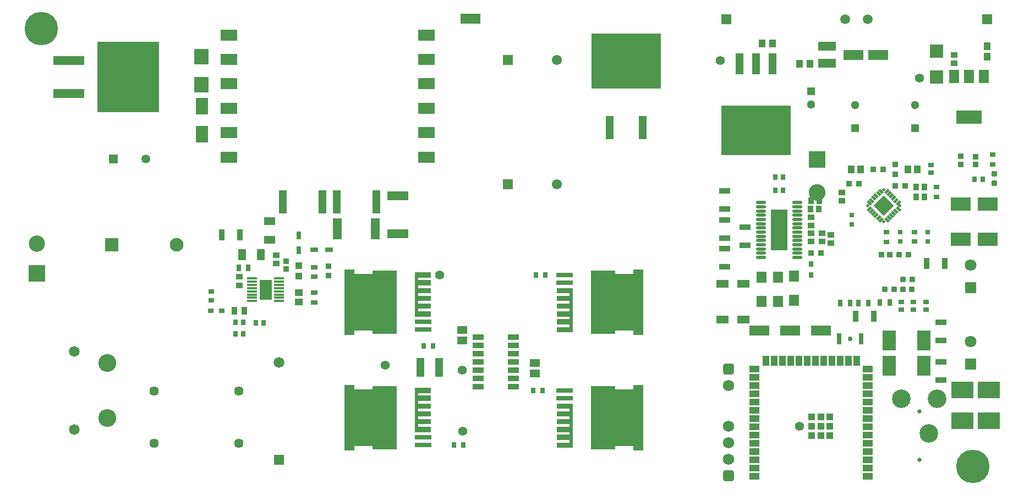
<source format=gts>
G04*
G04 #@! TF.GenerationSoftware,Altium Limited,Altium Designer,25.5.2 (35)*
G04*
G04 Layer_Color=8388736*
%FSLAX44Y44*%
%MOMM*%
G71*
G04*
G04 #@! TF.SameCoordinates,5C3ED261-42B6-482D-99A8-9BAFA3442630*
G04*
G04*
G04 #@! TF.FilePolarity,Negative*
G04*
G01*
G75*
%ADD23R,1.3549X3.3082*%
%ADD25R,3.3082X1.3549*%
%ADD27R,0.9000X0.7500*%
%ADD28R,0.7500X1.0000*%
%ADD29R,0.9500X1.7000*%
%ADD30R,0.8000X1.7000*%
%ADD37R,1.9000X1.3000*%
%ADD44R,0.8682X0.8065*%
%ADD45R,0.9062X0.9051*%
%ADD46R,0.9000X0.8000*%
%ADD48R,0.9000X0.8000*%
%ADD49R,0.7000X0.7000*%
%ADD50R,0.7500X0.9000*%
%ADD51R,1.7000X0.9500*%
%ADD55R,2.8000X1.4000*%
%ADD56R,1.0121X1.2084*%
%ADD57R,1.5000X1.7500*%
%ADD58R,0.8065X0.8682*%
%ADD62R,0.8000X0.9000*%
%ADD67R,0.8587X0.9121*%
%ADD68R,0.7350X0.8621*%
%ADD74R,0.8582X0.8563*%
%ADD75R,1.0000X0.7500*%
%ADD81R,0.6500X0.9000*%
%ADD85R,0.9621X0.9581*%
%ADD86R,1.1561X1.7582*%
%ADD87R,1.0621X1.1350*%
%ADD92R,0.8121X0.6587*%
%ADD95R,0.9121X0.8587*%
%ADD96R,1.2500X3.5500*%
G04:AMPARAMS|DCode=97|XSize=0.91mm|YSize=0.8104mm|CornerRadius=0.1576mm|HoleSize=0mm|Usage=FLASHONLY|Rotation=270.000|XOffset=0mm|YOffset=0mm|HoleType=Round|Shape=RoundedRectangle|*
%AMROUNDEDRECTD97*
21,1,0.9100,0.4953,0,0,270.0*
21,1,0.5949,0.8104,0,0,270.0*
1,1,0.3151,-0.2477,-0.2975*
1,1,0.3151,-0.2477,0.2975*
1,1,0.3151,0.2477,0.2975*
1,1,0.3151,0.2477,-0.2975*
%
%ADD97ROUNDEDRECTD97*%
%ADD98R,0.6500X1.2750*%
%ADD99R,2.2000X2.4000*%
%ADD100R,2.6500X1.6700*%
%ADD101C,7.2000*%
%ADD102R,1.7000X0.8500*%
%ADD103O,1.5500X0.4000*%
%ADD104R,1.9100X3.1000*%
%ADD105R,1.6500X1.0500*%
%ADD106R,2.0500X3.1500*%
%ADD107R,1.0500X1.1500*%
%ADD108R,1.2500X3.3000*%
%ADD109O,1.5500X0.5000*%
%ADD110R,2.5500X6.3200*%
%ADD111R,1.0500X0.9500*%
G04:AMPARAMS|DCode=112|XSize=0.91mm|YSize=0.8104mm|CornerRadius=0.1576mm|HoleSize=0mm|Usage=FLASHONLY|Rotation=0.000|XOffset=0mm|YOffset=0mm|HoleType=Round|Shape=RoundedRectangle|*
%AMROUNDEDRECTD112*
21,1,0.9100,0.4953,0,0,0.0*
21,1,0.5949,0.8104,0,0,0.0*
1,1,0.3151,0.2975,-0.2477*
1,1,0.3151,-0.2975,-0.2477*
1,1,0.3151,-0.2975,0.2477*
1,1,0.3151,0.2975,0.2477*
%
%ADD112ROUNDEDRECTD112*%
%ADD113R,1.6500X2.1500*%
%ADD114R,3.9500X2.1500*%
%ADD115R,2.1500X2.1500*%
%ADD116P,0.5657X4X180.0*%
G04:AMPARAMS|DCode=117|XSize=0.75mm|YSize=0.39mm|CornerRadius=0mm|HoleSize=0mm|Usage=FLASHONLY|Rotation=135.000|XOffset=0mm|YOffset=0mm|HoleType=Round|Shape=Rectangle|*
%AMROTATEDRECTD117*
4,1,4,0.4031,-0.1273,0.1273,-0.4031,-0.4031,0.1273,-0.1273,0.4031,0.4031,-0.1273,0.0*
%
%ADD117ROTATEDRECTD117*%

%ADD118P,3.1820X4X180.0*%
%ADD119R,0.9500X1.0500*%
G04:AMPARAMS|DCode=120|XSize=0.75mm|YSize=0.39mm|CornerRadius=0mm|HoleSize=0mm|Usage=FLASHONLY|Rotation=45.000|XOffset=0mm|YOffset=0mm|HoleType=Round|Shape=Rectangle|*
%AMROTATEDRECTD120*
4,1,4,-0.1273,-0.4031,-0.4031,-0.1273,0.1273,0.4031,0.4031,0.1273,-0.1273,-0.4031,0.0*
%
%ADD120ROTATEDRECTD120*%

%ADD121R,0.9000X1.0000*%
%ADD122R,1.0500X1.0500*%
%ADD123R,3.1500X1.6500*%
%ADD124R,10.7000X7.6500*%
%ADD125R,10.6400X8.5300*%
%ADD126R,1.1660X3.6540*%
%ADD127R,3.1500X2.0500*%
%ADD128R,1.0000X0.9000*%
%ADD129R,1.1000X0.9500*%
%ADD130R,1.2000X1.1000*%
%ADD131R,0.8000X1.0500*%
%ADD132R,0.9500X1.1500*%
%ADD133C,0.7088*%
%ADD134R,1.1700X2.9700*%
%ADD135R,2.5000X0.8000*%
%ADD136R,1.6200X1.1700*%
%ADD137R,1.0500X1.6500*%
%ADD138R,1.2750X0.6500*%
%ADD139R,1.8500X2.5000*%
%ADD140R,4.7500X1.3500*%
%ADD141R,9.5500X10.9500*%
%ADD142R,1.8000X1.2500*%
%ADD143R,3.4500X2.6000*%
%ADD144R,1.1000X1.2000*%
%ADD145C,0.7500*%
%ADD146C,1.3000*%
%ADD147R,1.3000X1.3000*%
%ADD148C,2.8540*%
%ADD149C,1.3000*%
%ADD150R,1.5500X1.5500*%
%ADD151C,1.7500*%
%ADD152C,1.5150*%
%ADD153R,2.5800X2.5800*%
G04:AMPARAMS|DCode=154|XSize=1.75mm|YSize=1.75mm|CornerRadius=0.475mm|HoleSize=0mm|Usage=FLASHONLY|Rotation=90.000|XOffset=0mm|YOffset=0mm|HoleType=Round|Shape=RoundedRectangle|*
%AMROUNDEDRECTD154*
21,1,1.7500,0.8000,0,0,90.0*
21,1,0.8000,1.7500,0,0,90.0*
1,1,0.9500,0.4000,0.4000*
1,1,0.9500,0.4000,-0.4000*
1,1,0.9500,-0.4000,-0.4000*
1,1,0.9500,-0.4000,0.4000*
%
%ADD154ROUNDEDRECTD154*%
%ADD155C,2.5800*%
%ADD156C,1.3500*%
%ADD157C,1.4500*%
%ADD158R,1.6500X1.6500*%
%ADD159R,1.5150X1.5150*%
%ADD160R,1.3500X1.3500*%
%ADD161R,1.3000X1.3000*%
%ADD162C,1.5500*%
%ADD163C,1.6500*%
%ADD164C,2.7450*%
%ADD165R,2.1000X2.1000*%
%ADD166C,2.1000*%
%ADD167C,2.5000*%
%ADD168R,2.5000X2.5000*%
%ADD169C,0.6500*%
%ADD170R,1.8000X1.8000*%
%ADD171C,1.8000*%
%ADD172C,5.1500*%
%ADD173C,1.4200*%
G36*
X779080Y415610D02*
X807080D01*
Y420610D01*
X844080D01*
Y323610D01*
X807080D01*
Y328610D01*
X779080D01*
Y321610D01*
X764080D01*
Y422610D01*
X779080D01*
Y415610D01*
D02*
G37*
G36*
X897080Y410110D02*
X877080D01*
Y406110D01*
X897080D01*
Y398110D01*
X877080D01*
Y394110D01*
X897080D01*
Y386110D01*
X877080D01*
Y382110D01*
X897080D01*
Y374110D01*
X877080D01*
Y370110D01*
X897080D01*
Y362110D01*
X877080D01*
Y358110D01*
X897080D01*
Y350110D01*
X872080D01*
Y418110D01*
X897080D01*
Y410110D01*
D02*
G37*
G36*
X779080Y593410D02*
X807080D01*
Y598410D01*
X844080D01*
Y501410D01*
X807080D01*
Y506410D01*
X779080D01*
Y499410D01*
X764080D01*
Y600410D01*
X779080D01*
Y593410D01*
D02*
G37*
G36*
X897080Y587910D02*
X877080D01*
Y583910D01*
X897080D01*
Y575910D01*
X877080D01*
Y571910D01*
X897080D01*
Y563910D01*
X877080D01*
Y559910D01*
X897080D01*
Y551910D01*
X877080D01*
Y547910D01*
X897080D01*
Y539910D01*
X877080D01*
Y535910D01*
X897080D01*
Y527910D01*
X872080D01*
Y595910D01*
X897080D01*
Y587910D01*
D02*
G37*
G36*
X1115470Y326110D02*
X1090470D01*
Y334110D01*
X1110470D01*
Y338110D01*
X1090470D01*
Y346110D01*
X1110470D01*
Y350110D01*
X1090470D01*
Y358110D01*
X1110470D01*
Y362110D01*
X1090470D01*
Y370110D01*
X1110470D01*
Y374110D01*
X1090470D01*
Y382110D01*
X1110470D01*
Y386110D01*
X1090470D01*
Y394110D01*
X1115470D01*
Y326110D01*
D02*
G37*
G36*
X1223470Y321610D02*
X1208470D01*
Y328610D01*
X1180470D01*
Y323610D01*
X1143470D01*
Y420610D01*
X1180470D01*
Y415610D01*
X1208470D01*
Y422610D01*
X1223470D01*
Y321610D01*
D02*
G37*
G36*
X1115470Y503910D02*
X1090470D01*
Y511910D01*
X1110470D01*
Y515910D01*
X1090470D01*
Y523910D01*
X1110470D01*
Y527910D01*
X1090470D01*
Y535910D01*
X1110470D01*
Y539910D01*
X1090470D01*
Y547910D01*
X1110470D01*
Y551910D01*
X1090470D01*
Y559910D01*
X1110470D01*
Y563910D01*
X1090470D01*
Y571910D01*
X1115470D01*
Y503910D01*
D02*
G37*
G36*
X1223470Y499410D02*
X1208470D01*
Y506410D01*
X1180470D01*
Y501410D01*
X1143470D01*
Y598410D01*
X1180470D01*
Y593410D01*
X1208470D01*
Y600410D01*
X1223470D01*
Y499410D01*
D02*
G37*
D23*
X811577Y662940D02*
D03*
X753064D02*
D03*
D25*
X845820Y655274D02*
D03*
Y713786D02*
D03*
D27*
X1658620Y550830D02*
D03*
Y538830D02*
D03*
X1639570Y550830D02*
D03*
Y538830D02*
D03*
X1620520Y550480D02*
D03*
Y538480D02*
D03*
X1666240Y749650D02*
D03*
Y761650D02*
D03*
D28*
X1602620Y549910D02*
D03*
X1587620D02*
D03*
X1554600Y548640D02*
D03*
X1569600D02*
D03*
X1526660D02*
D03*
X1541660D02*
D03*
D29*
X1550640Y528320D02*
D03*
X1578640D02*
D03*
X1659860Y609600D02*
D03*
X603280Y654050D02*
D03*
X575280D02*
D03*
X1687860Y609600D02*
D03*
D30*
X1558780Y494030D02*
D03*
X1524780D02*
D03*
D37*
X1377440Y578680D02*
D03*
Y523680D02*
D03*
X1345440D02*
D03*
Y578680D02*
D03*
D44*
X1711960Y774700D02*
D03*
Y762183D02*
D03*
D45*
X1734820Y774356D02*
D03*
Y762344D02*
D03*
D46*
X575280Y537210D02*
D03*
X558280D02*
D03*
D48*
X1640840Y658360D02*
D03*
X1675130Y727590D02*
D03*
X1761490Y762120D02*
D03*
X1597660Y657740D02*
D03*
X1640840Y643360D02*
D03*
X1597660Y642740D02*
D03*
X1761490Y777120D02*
D03*
X1675130Y712590D02*
D03*
D49*
X1619250Y657860D02*
D03*
X1661160D02*
D03*
X1544320Y669910D02*
D03*
X1619250Y643860D02*
D03*
X1661160D02*
D03*
X1544320Y683910D02*
D03*
D50*
X1438560Y742950D02*
D03*
Y722630D02*
D03*
X1426560Y742950D02*
D03*
Y722630D02*
D03*
X595980Y501650D02*
D03*
Y519430D02*
D03*
X639730Y518160D02*
D03*
X627730D02*
D03*
X607980Y501650D02*
D03*
Y519430D02*
D03*
D51*
X1681480Y430500D02*
D03*
Y519460D02*
D03*
X1348740Y604490D02*
D03*
Y693390D02*
D03*
X1380490Y637510D02*
D03*
X1348740Y721390D02*
D03*
X1380490Y665510D02*
D03*
X1348740Y676940D02*
D03*
Y648940D02*
D03*
Y632490D02*
D03*
X1681480Y458500D02*
D03*
Y491460D02*
D03*
D55*
X1506220Y917910D02*
D03*
Y943910D02*
D03*
D56*
X1752600Y927971D02*
D03*
Y944009D02*
D03*
D57*
X1455420Y552750D02*
D03*
X1431290Y551480D02*
D03*
X1405890D02*
D03*
X1455420Y590250D02*
D03*
X1431290Y588980D02*
D03*
X1405890D02*
D03*
D58*
X1590131Y623570D02*
D03*
X1602649D02*
D03*
D62*
X1482090Y592210D02*
D03*
Y609210D02*
D03*
D67*
X1481943Y626110D02*
D03*
X1627017Y728980D02*
D03*
X1611483D02*
D03*
X1592727Y754380D02*
D03*
X1577193D02*
D03*
X1540363Y732790D02*
D03*
X1555897D02*
D03*
X1497477Y626110D02*
D03*
D68*
X1733746Y739140D02*
D03*
X1746054D02*
D03*
D74*
X674370Y601050D02*
D03*
Y613070D02*
D03*
D75*
X717550Y550030D02*
D03*
Y589178D02*
D03*
Y604178D02*
D03*
Y565030D02*
D03*
D81*
X1068970Y414020D02*
D03*
X1058280Y591820D02*
D03*
X1072780D02*
D03*
X885560Y482600D02*
D03*
X947050Y330200D02*
D03*
X1054470Y414020D02*
D03*
X900060Y482600D02*
D03*
X932550Y330200D02*
D03*
D85*
X739140Y605440D02*
D03*
Y590900D02*
D03*
D86*
X635291Y623570D02*
D03*
X606769D02*
D03*
D87*
X693420Y590016D02*
D03*
Y606324D02*
D03*
D92*
X558800Y566837D02*
D03*
Y553303D02*
D03*
D95*
X1611630Y762147D02*
D03*
Y746613D02*
D03*
D96*
X751820Y704850D02*
D03*
X812820D02*
D03*
X669270D02*
D03*
X730270D02*
D03*
D97*
X1637680Y585470D02*
D03*
X1623680D02*
D03*
X1623030Y570230D02*
D03*
X1637030D02*
D03*
X1609740Y570230D02*
D03*
X1595740D02*
D03*
X1631330Y623570D02*
D03*
X1617330D02*
D03*
D98*
X693420Y652970D02*
D03*
Y629730D02*
D03*
D99*
X543560Y885280D02*
D03*
Y928280D02*
D03*
D100*
X585970Y961410D02*
D03*
X889770Y848610D02*
D03*
Y811010D02*
D03*
Y773410D02*
D03*
X585970D02*
D03*
X889770Y961410D02*
D03*
Y923810D02*
D03*
Y886210D02*
D03*
X585970Y811010D02*
D03*
Y848610D02*
D03*
Y886210D02*
D03*
Y923810D02*
D03*
D101*
X1183470Y549910D02*
D03*
X804080D02*
D03*
X1183470Y372110D02*
D03*
X804080D02*
D03*
D102*
X1024200Y496570D02*
D03*
X969700Y420370D02*
D03*
Y433070D02*
D03*
X1024200Y445770D02*
D03*
Y483870D02*
D03*
Y471170D02*
D03*
Y458470D02*
D03*
Y433070D02*
D03*
Y420370D02*
D03*
X969700Y445770D02*
D03*
Y458470D02*
D03*
Y471170D02*
D03*
Y483870D02*
D03*
Y496570D02*
D03*
D103*
X662920Y586879D02*
D03*
Y551879D02*
D03*
Y556879D02*
D03*
Y561879D02*
D03*
Y566879D02*
D03*
Y576879D02*
D03*
Y581879D02*
D03*
X621920Y551879D02*
D03*
Y556879D02*
D03*
Y561879D02*
D03*
Y566879D02*
D03*
Y571879D02*
D03*
Y576879D02*
D03*
Y581879D02*
D03*
Y586879D02*
D03*
X662920Y571879D02*
D03*
D104*
X642420Y569379D02*
D03*
D105*
X1569460Y383540D02*
D03*
Y370840D02*
D03*
Y281940D02*
D03*
X1394460D02*
D03*
X1569460Y294640D02*
D03*
Y307340D02*
D03*
Y320040D02*
D03*
Y332740D02*
D03*
Y345440D02*
D03*
Y358140D02*
D03*
Y396240D02*
D03*
Y408940D02*
D03*
Y421640D02*
D03*
Y434340D02*
D03*
Y447040D02*
D03*
X1394460D02*
D03*
Y434340D02*
D03*
Y421640D02*
D03*
Y408940D02*
D03*
Y396240D02*
D03*
Y383540D02*
D03*
Y370840D02*
D03*
Y358140D02*
D03*
Y345440D02*
D03*
Y332740D02*
D03*
Y320040D02*
D03*
Y307340D02*
D03*
Y294640D02*
D03*
D106*
X1601790Y451887D02*
D03*
X1655790D02*
D03*
X1601790Y491257D02*
D03*
X1655790D02*
D03*
D107*
X1463930Y916940D02*
D03*
X1479930D02*
D03*
X1422780Y948690D02*
D03*
X1406780D02*
D03*
D108*
X1422400Y917210D02*
D03*
X1397000D02*
D03*
X1371600D02*
D03*
D109*
X1460620Y651580D02*
D03*
Y645080D02*
D03*
Y664580D02*
D03*
X1404620Y645080D02*
D03*
Y677580D02*
D03*
X1460620Y703580D02*
D03*
X1404620D02*
D03*
Y697080D02*
D03*
Y625580D02*
D03*
Y619080D02*
D03*
X1460620Y625580D02*
D03*
Y619080D02*
D03*
X1404620Y690580D02*
D03*
Y684080D02*
D03*
Y671080D02*
D03*
Y664580D02*
D03*
Y658080D02*
D03*
Y651580D02*
D03*
Y638580D02*
D03*
Y632080D02*
D03*
X1460620Y697080D02*
D03*
Y690580D02*
D03*
Y684080D02*
D03*
Y677580D02*
D03*
Y671080D02*
D03*
Y638580D02*
D03*
Y632080D02*
D03*
Y658080D02*
D03*
D110*
X1432620Y661330D02*
D03*
D111*
X1529080Y706220D02*
D03*
X1482090Y643990D02*
D03*
X1701800Y930810D02*
D03*
X1512570Y641450D02*
D03*
X1529080Y718720D02*
D03*
X1498600Y643990D02*
D03*
X1482090Y656490D02*
D03*
X1701800Y918310D02*
D03*
X1512570Y653950D02*
D03*
X1498600Y656490D02*
D03*
D112*
X1764030Y747410D02*
D03*
Y733410D02*
D03*
D113*
X1747660Y897640D02*
D03*
X1701660D02*
D03*
X1724660D02*
D03*
D114*
Y834640D02*
D03*
D115*
X1675130Y936940D02*
D03*
Y896940D02*
D03*
D116*
X1593850Y674105D02*
D03*
X1569455Y698500D02*
D03*
X1618245D02*
D03*
X1593850Y722895D02*
D03*
D117*
X1598446Y676226D02*
D03*
X1601982Y679762D02*
D03*
X1609053Y686833D02*
D03*
X1605517Y683297D02*
D03*
X1616124Y693904D02*
D03*
X1575112Y706632D02*
D03*
X1612588Y690368D02*
D03*
X1589254Y720774D02*
D03*
X1585718Y717238D02*
D03*
X1582183Y713703D02*
D03*
X1578647Y710167D02*
D03*
X1571576Y703096D02*
D03*
D118*
X1593850Y698500D02*
D03*
D119*
X1643480Y727710D02*
D03*
X1494690Y706120D02*
D03*
X1655980Y727710D02*
D03*
X1480920Y693420D02*
D03*
X1482190Y706120D02*
D03*
X1493420Y693420D02*
D03*
D120*
X1582183Y683297D02*
D03*
X1616124Y703096D02*
D03*
X1609053Y710167D02*
D03*
X1605517Y713703D02*
D03*
X1612588Y706632D02*
D03*
X1598446Y720774D02*
D03*
X1601982Y717238D02*
D03*
X1589254Y676226D02*
D03*
X1571576Y693904D02*
D03*
X1575112Y690368D02*
D03*
X1578647Y686833D02*
D03*
X1585718Y679762D02*
D03*
D121*
X1643230Y712470D02*
D03*
X1656230D02*
D03*
D122*
X1496960Y373140D02*
D03*
X1510960D02*
D03*
X1496960Y359140D02*
D03*
X1482960Y373140D02*
D03*
Y359140D02*
D03*
X1510960D02*
D03*
Y345140D02*
D03*
X1496960D02*
D03*
X1482960D02*
D03*
D123*
X957580Y986790D02*
D03*
X1546860Y930910D02*
D03*
X1584960D02*
D03*
X1497330Y506730D02*
D03*
X1449705D02*
D03*
X1402080D02*
D03*
D124*
X1397000Y814210D02*
D03*
D125*
X1197610Y921650D02*
D03*
D126*
X1223010Y819150D02*
D03*
X1172210D02*
D03*
D127*
X1711960Y701370D02*
D03*
X1753870D02*
D03*
Y647370D02*
D03*
X1711960D02*
D03*
D128*
X1482090Y680870D02*
D03*
Y667870D02*
D03*
D129*
X601980Y589680D02*
D03*
X659130Y622200D02*
D03*
Y609700D02*
D03*
X601980Y576180D02*
D03*
D130*
X693420Y550280D02*
D03*
Y564780D02*
D03*
D131*
X601450Y603250D02*
D03*
X615950D02*
D03*
D132*
X594480Y537210D02*
D03*
X609480D02*
D03*
D133*
X1107657Y330047D02*
D03*
X879893Y414173D02*
D03*
X1107657Y507848D02*
D03*
X879893Y591973D02*
D03*
D134*
X880850Y449580D02*
D03*
X909850D02*
D03*
D135*
X1102970Y402110D02*
D03*
Y414110D02*
D03*
Y579910D02*
D03*
Y591910D02*
D03*
X884580Y342110D02*
D03*
Y330110D02*
D03*
Y519910D02*
D03*
Y507910D02*
D03*
D136*
X1056640Y440310D02*
D03*
Y456310D02*
D03*
X944880Y491110D02*
D03*
Y507110D02*
D03*
D137*
X1551810Y459540D02*
D03*
X1539110D02*
D03*
X1526410D02*
D03*
X1513710D02*
D03*
X1501010D02*
D03*
X1488310D02*
D03*
X1475610D02*
D03*
X1462910D02*
D03*
X1450210D02*
D03*
X1437510D02*
D03*
X1424810D02*
D03*
X1412110D02*
D03*
D138*
X717360Y631190D02*
D03*
X740600D02*
D03*
D139*
X544830Y852080D02*
D03*
Y809080D02*
D03*
D140*
X340070Y922020D02*
D03*
Y871220D02*
D03*
D141*
X431570Y896620D02*
D03*
D142*
X648970Y646150D02*
D03*
Y674650D02*
D03*
D143*
X1755140Y367160D02*
D03*
Y415160D02*
D03*
X1714500Y367160D02*
D03*
Y415160D02*
D03*
D144*
X1645550Y754380D02*
D03*
X1631050D02*
D03*
X1543420D02*
D03*
X1557920D02*
D03*
D145*
X1541780Y494030D02*
D03*
D146*
X1642110Y853160D02*
D03*
X1549400D02*
D03*
D147*
X1642110Y818160D02*
D03*
X1549400D02*
D03*
D148*
X1663460Y348340D02*
D03*
X1620960Y401340D02*
D03*
X1675960D02*
D03*
D149*
X1482090Y854710D02*
D03*
D150*
X1015330Y923290D02*
D03*
Y731520D02*
D03*
D151*
X1355090Y359410D02*
D03*
Y421640D02*
D03*
Y334010D02*
D03*
Y308610D02*
D03*
D152*
X1534380Y985520D02*
D03*
X1569500D02*
D03*
D153*
X1490980Y769620D02*
D03*
D154*
X1355090Y283210D02*
D03*
Y447040D02*
D03*
D155*
X1490980Y718820D02*
D03*
D156*
X458470Y770890D02*
D03*
D157*
X601170Y333200D02*
D03*
X471170D02*
D03*
Y413200D02*
D03*
X601170D02*
D03*
D158*
X662940Y307200D02*
D03*
D159*
X1351280Y985520D02*
D03*
X1752600D02*
D03*
D160*
X408470Y770890D02*
D03*
D161*
X1482090Y874710D02*
D03*
D162*
X1090330Y923290D02*
D03*
Y731520D02*
D03*
D163*
X662940Y457200D02*
D03*
X347980Y474330D02*
D03*
Y354330D02*
D03*
D164*
X398780Y371830D02*
D03*
Y456830D02*
D03*
D165*
X405460Y638810D02*
D03*
D166*
X505460D02*
D03*
D167*
X290270Y640080D02*
D03*
D168*
Y594080D02*
D03*
D169*
X1648460Y307340D02*
D03*
Y382340D02*
D03*
X636920Y569379D02*
D03*
X647920D02*
D03*
X636920Y580379D02*
D03*
X647920D02*
D03*
Y558379D02*
D03*
X636920D02*
D03*
X1438120Y655830D02*
D03*
Y688830D02*
D03*
Y666830D02*
D03*
Y677830D02*
D03*
Y633830D02*
D03*
X1427120Y644830D02*
D03*
X1438120D02*
D03*
X1427120Y633830D02*
D03*
Y677830D02*
D03*
Y666830D02*
D03*
Y688830D02*
D03*
Y655830D02*
D03*
D170*
X1727200Y572060D02*
D03*
Y454660D02*
D03*
D171*
Y607060D02*
D03*
Y489660D02*
D03*
D172*
X1731010Y297180D02*
D03*
X297180Y971550D02*
D03*
D173*
X1342390Y922020D02*
D03*
X1648460Y895350D02*
D03*
X1464310Y359410D02*
D03*
X910590Y591820D02*
D03*
X826770Y453390D02*
D03*
X946150Y351790D02*
D03*
X944880Y445770D02*
D03*
M02*

</source>
